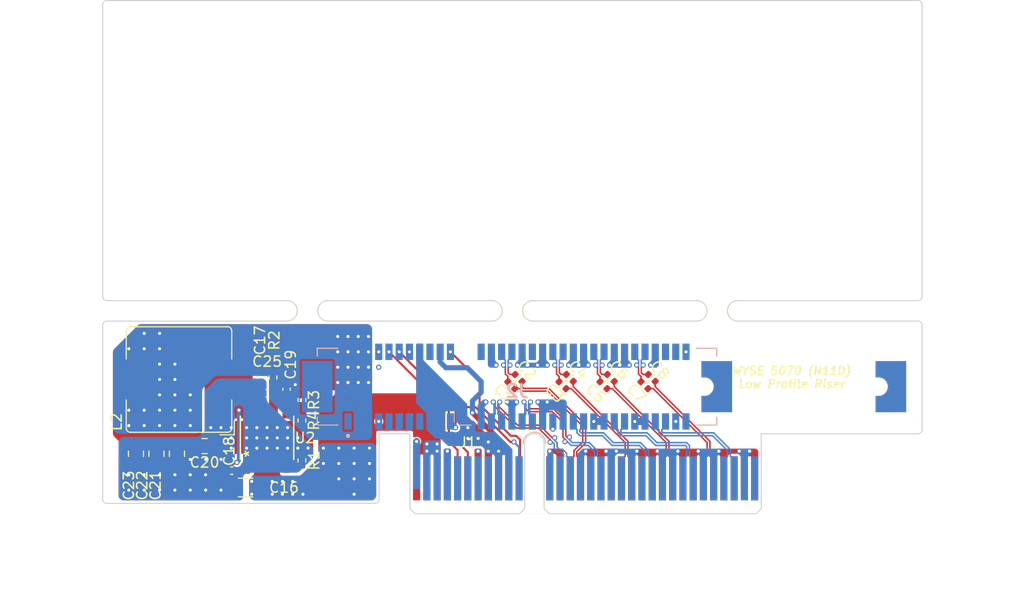
<source format=kicad_pcb>
(kicad_pcb (version 20221018) (generator pcbnew)
  (layers (0 "F.Cu" signal) (1 "In1.Cu" power) (2 "In2.Cu" power) (31 "B.Cu" signal) (34 "B.Paste" user) (35 "F.Paste" user) (36 "B.SilkS" user "B.Silkscreen") (37 "F.SilkS" user "F.Silkscreen") (38 "B.Mask" user) (39 "F.Mask" user) (44 "Edge.Cuts" user))
  (net 0 "")
  (net 1 "/PET0+")
  (net 2 "/MB_T0+")
  (net 3 "/PET0-")
  (net 4 "/MB_T0-")
  (net 5 "/PET1+")
  (net 6 "/MB_T1+")
  (net 7 "/PET1-")
  (net 8 "/MB_T1-")
  (net 9 "/PET2+")
  (net 10 "/MB_T2+")
  (net 11 "/PET2-")
  (net 12 "/MB_T2-")
  (net 13 "/PET3+")
  (net 14 "/MB_T3+")
  (net 15 "/PET3-")
  (net 16 "/MB_T3-")
  (net 17 "GND")
  (net 18 "VCC")
  (net 23 "+3V3")
  (net 24 "/~{PERST}")
  (net 25 "/REFCLK+")
  (net 26 "/REFCLK-")
  (net 27 "/PER0+")
  (net 28 "/PER0-")
  (net 30 "/PER1+")
  (net 31 "/PER1-")
  (net 32 "/PER2+")
  (net 33 "/PER2-")
  (net 34 "/PER3+")
  (net 35 "/PER3-")
  (net 37 "/SMCLK")
  (net 38 "/SMDAT")
  (net 40 "+3V3Aux")
  (net 41 "/~{WAKE}")
  (net 45 "+12V")
  (net 56 "Net-(C17-Pad1)")
  (net 57 "/Buck_Boost")
  (net 58 "/Buck_SW")
  (net 59 "/Buck_FB")
  (net 60 "/Buck_Comp")
  (net 61 "/Buck_CLK")
  (footprint "Capacitor_SMD:C_0402_1005Metric" (layer "F.Cu") (at 110.053553 50.146447 -45)
    (fp_text reference "C4")
    (fp_text value "100nF")
  )
  (footprint "Capacitor_SMD:C_0402_1005Metric" (layer "F.Cu") (at 79.925 50.105 -90)
    (fp_text reference "C17")
    (fp_text value "2.7nF")
  )
  (footprint "Capacitor_SMD:C_1206_3216Metric" (layer "F.Cu") (at 78.4 60.85 180)
    (fp_text reference "C16")
    (fp_text value "10uF")
  )
  (footprint "WYSE_5070_Riser:BUS_PCIexpress_x4_Short" (layer "F.Cu") (at 95.1 59.95)
    (fp_text reference "J1")
    (fp_text value "Riser_Edge_to_MB")
    (fp_line (start -0.65 -4.35) (end -0.65 2.95) (stroke (width 0.1)) (layer "Edge.Cuts"))
    (fp_line (start -0.65 2.95) (end -0.15 3.45) (stroke (width 0.1)) (layer "Edge.Cuts"))
    (fp_line (start -0.15 3.45) (end 10.05 3.45) (stroke (width 0.1)) (layer "Edge.Cuts"))
    (fp_line (start 10.55 -3.4) (end 10.55 2.95) (stroke (width 0.1)) (layer "Edge.Cuts"))
    (fp_line (start 10.55 2.95) (end 10.05 3.45) (stroke (width 0.1)) (layer "Edge.Cuts"))
    (fp_line (start 12.45 -3.4) (end 12.45 2.95) (stroke (width 0.1)) (layer "Edge.Cuts"))
    (fp_line (start 12.45 2.95) (end 12.95 3.45) (stroke (width 0.1)) (layer "Edge.Cuts"))
    (fp_line (start 12.95 3.45) (end 33.15 3.45) (stroke (width 0.1)) (layer "Edge.Cuts"))
    (fp_line (start 33.65 -4.35) (end 33.65 2.95) (stroke (width 0.1)) (layer "Edge.Cuts"))
    (fp_line (start 33.65 2.95) (end 33.15 3.45) (stroke (width 0.1)) (layer "Edge.Cuts"))
    (fp_arc (start 10.55 -3.4) (mid 11.5 -4.35) (end 12.45 -3.4) (stroke (width 0.1)) (layer "Edge.Cuts"))
  )
  (footprint "Capacitor_SMD:C_0805_2012Metric" (layer "F.Cu") (at 67.7 57.55 -90)
    (fp_text reference "C23")
    (fp_text value "22uF")
  )
  (footprint "Capacitor_SMD:C_0805_2012Metric" (layer "F.Cu") (at 69.7 57.55 -90)
    (fp_text reference "C22")
    (fp_text value "22uF")
  )
  (footprint "Capacitor_SMD:C_0402_1005Metric" (layer "F.Cu") (at 77.05 59.2 180)
    (fp_text reference "C18")
    (fp_text value "100nF")
  )
  (footprint "Capacitor_SMD:C_0402_1005Metric" (layer "F.Cu") (at 114.053553 50.146447 -45)
    (fp_text reference "C6")
    (fp_text value "100nF")
  )
  (footprint "Capacitor_SMD:C_0805_2012Metric" (layer "F.Cu") (at 74.4 56.8)
    (fp_text reference "C20")
    (fp_text value "22uF")
  )
  (footprint "Panelization:mouse-bite-2mm-slot" (layer "F.Cu") (at 104.45 43.6)
    (fp_text reference "mouse-bite-2mm-slot" hide)
    (fp_text value "VAL**" hide)
  )
  (footprint "Capacitor_SMD:C_0402_1005Metric" (layer "F.Cu") (at 80.5 51.65 180)
    (fp_text reference "C25")
    (fp_text value "15pF")
  )
  (footprint "Capacitor_SMD:C_0805_2012Metric" (layer "F.Cu") (at 71.7 57.55 -90)
    (fp_text reference "C21")
    (fp_text value "22uF")
  )
  (footprint "Resistor_SMD:R_0402_1005Metric" (layer "F.Cu") (at 83.9 54.3 -90)
    (fp_text reference "R4")
    (fp_text value "22.1k")
  )
  (footprint "Resistor_SMD:R_0402_1005Metric" (layer "F.Cu") (at 83.9 52.3 -90)
    (fp_text reference "R3")
    (fp_text value "309k")
  )
  (footprint "Capacitor_SMD:C_0402_1005Metric" (layer "F.Cu") (at 117.346447 50.853553 -45)
    (fp_text reference "C7")
    (fp_text value "100nF")
  )
  (footprint "Resistor_SMD:R_0402_1005Metric" (layer "F.Cu") (at 81.075 50.1 90)
    (fp_text reference "R2")
    (fp_text value "37.4k")
  )
  (footprint "Capacitor_SMD:C_0402_1005Metric" (layer "F.Cu") (at 113.346447 50.853553 -45)
    (fp_text reference "C5")
    (fp_text value "100nF")
  )
  (footprint "Capacitor_SMD:C_0402_1005Metric" (layer "F.Cu") (at 109.346447 50.853553 -45)
    (fp_text reference "C3")
    (fp_text value "100nF")
  )
  (footprint "Resistor_SMD:R_0402_1005Metric" (layer "F.Cu") (at 83.9 58.2 90)
    (fp_text reference "R1")
    (fp_text value "100k")
  )
  (footprint "Capacitor_SMD:C_0402_1005Metric" (layer "F.Cu") (at 82.4 51.25 -90)
    (fp_text reference "C19")
    (fp_text value "100pF")
  )
  (footprint "Inductor_SMD:L_Bourns_SRP1038C_10.0x10.0mm" (layer "F.Cu") (at 71.9 50.3 180)
    (fp_text reference "L2")
    (fp_text value "10uH")
  )
  (footprint "Panelization:mouse-bite-2mm-slot" (layer "F.Cu") (at 124.45 43.6)
    (fp_text reference "mouse-bite-2mm-slot" hide)
    (fp_text value "VAL**" hide)
  )
  (footprint "Capacitor_SMD:C_0402_1005Metric" (layer "F.Cu") (at 105.053553 50.146447 -45)
    (fp_text reference "C2")
    (fp_text value "100nF")
  )
  (footprint "Capacitor_SMD:C_0402_1005Metric" (layer "F.Cu") (at 104.346447 50.853553 -45)
    (fp_text reference "C1")
    (fp_text value "100nF")
  )
  (footprint "Panelization:mouse-bite-2mm-slot" (layer "F.Cu") (at 84.45 43.6)
    (fp_text reference "mouse-bite-2mm-slot" hide)
    (fp_text value "VAL**" hide)
  )
  (footprint "Capacitor_SMD:C_0402_1005Metric" (layer "F.Cu") (at 118.053553 50.146447 -45)
    (fp_text reference "C8")
    (fp_text value "100nF")
  )
  (footprint "WYSE_5070_Riser:SO-8EP_DIO" (layer "F.Cu") (at 80.5 56 90)
    (fp_text reference "U2")
    (fp_text value "AP64500SP-13")
  )
  (footprint "WYSE_5070_Riser:PCIE_SMD_Anchor" (layer "B.Cu") (at 100.05 51)
    (fp_text reference "REF**" hide)
    (fp_text value "PCIE_SMD_Anchor")
  )
  (footprint "WYSE_5070_Riser:PCIEx4_SMD_Narrow" (layer "B.Cu") (at 104.9 51 180)
    (fp_text reference "J2")
    (fp_text value "Riser_Receptable_to_Card" hide)
  )
  (gr_circle (center 113.7 50.5) (end 113.7 50.5) (stroke (width 0.15)) (fill none) (layer "F.SilkS"))
  (gr_circle (center 117.7 50.5) (end 117.7 50.5) (stroke (width 0.15)) (fill none) (layer "F.SilkS"))
  (gr_circle (center 104.7 50.5) (end 104.7 50.5) (stroke (width 0.15)) (fill none) (layer "F.SilkS"))
  (gr_circle (center 109.7 50.5) (end 109.7 50.5) (stroke (width 0.15)) (fill none) (layer "F.SilkS"))
  (gr_arc (start 144.05 44.6) (mid 144.332843 44.717157) (end 144.45 45) (stroke (width 0.1)) (layer "Edge.Cuts"))
  (gr_line (start 144.45 45) (end 144.45 55.2) (stroke (width 0.1)) (layer "Edge.Cuts"))
  (gr_line (start 64.85 42.6) (end 82.45 42.6) (stroke (width 0.1)) (layer "Edge.Cuts"))
  (gr_line locked (start 64.45 62) (end 64.45 45) (stroke (width 0.1)) (layer "Edge.Cuts"))
  (gr_arc (start 122.45 42.6) (mid 123.45 43.6) (end 122.45 44.6) (stroke (width 0.1)) (layer "Edge.Cuts"))
  (gr_line (start 106.45 44.6) (end 122.45 44.6) (stroke (width 0.1)) (layer "Edge.Cuts"))
  (gr_line locked (start 91.45 55.6) (end 91.45 62) (stroke (width 0.1)) (layer "Edge.Cuts"))
  (gr_line (start 106.45 42.6) (end 122.45 42.6) (stroke (width 0.1)) (layer "Edge.Cuts"))
  (gr_arc (start 144.45 55.2) (mid 144.332843 55.482843) (end 144.05 55.6) (stroke (width 0.1)) (layer "Edge.Cuts"))
  (gr_arc (start 126.45 44.6) (mid 125.45 43.6) (end 126.45 42.6) (stroke (width 0.1)) (layer "Edge.Cuts"))
  (gr_line (start 126.45 42.6) (end 144.05 42.6) (stroke (width 0.1)) (layer "Edge.Cuts"))
  (gr_arc (start 144.05 13.3) (mid 144.332843 13.417157) (end 144.45 13.7) (stroke (width 0.1)) (layer "Edge.Cuts"))
  (gr_arc locked (start 64.85 62.4) (mid 64.567157 62.282843) (end 64.45 62) (stroke (width 0.1)) (layer "Edge.Cuts"))
  (gr_arc (start 82.45 42.6) (mid 83.45 43.6) (end 82.45 44.6) (stroke (width 0.1)) (layer "Edge.Cuts"))
  (gr_arc (start 64.45 13.7) (mid 64.567157 13.417157) (end 64.85 13.3) (stroke (width 0.1)) (layer "Edge.Cuts"))
  (gr_line (start 144.45 42.2) (end 144.45 13.7) (stroke (width 0.1)) (layer "Edge.Cuts"))
  (gr_line (start 64.45 42.2) (end 64.45 13.7) (stroke (width 0.1)) (layer "Edge.Cuts"))
  (gr_line (start 86.45 42.6) (end 102.45 42.6) (stroke (width 0.1)) (layer "Edge.Cuts"))
  (gr_line (start 128.75 55.6) (end 144.05 55.6) (stroke (width 0.1)) (layer "Edge.Cuts"))
  (gr_line (start 126.45 44.6) (end 144.05 44.6) (stroke (width 0.1)) (layer "Edge.Cuts"))
  (gr_arc (start 144.45 42.2) (mid 144.332843 42.482843) (end 144.05 42.6) (stroke (width 0.1)) (layer "Edge.Cuts"))
  (gr_arc (start 102.45 42.6) (mid 103.45 43.6) (end 102.45 44.6) (stroke (width 0.1)) (layer "Edge.Cuts"))
  (gr_arc (start 86.45 44.6) (mid 85.45 43.6) (end 86.45 42.6) (stroke (width 0.1)) (layer "Edge.Cuts"))
  (gr_arc (start 64.45 45) (mid 64.567157 44.717157) (end 64.85 44.6) (stroke (width 0.1)) (layer "Edge.Cuts"))
  (gr_arc locked (start 91.45 62) (mid 91.332843 62.282843) (end 91.05 62.4) (stroke (width 0.1)) (layer "Edge.Cuts"))
  (gr_line locked (start 94.45 55.6) (end 91.45 55.6) (stroke (width 0.1)) (layer "Edge.Cuts"))
  (gr_arc (start 106.45 44.6) (mid 105.45 43.6) (end 106.45 42.6) (stroke (width 0.1)) (layer "Edge.Cuts"))
  (gr_line (start 64.85 44.6) (end 82.45 44.6) (stroke (width 0.1)) (layer "Edge.Cuts"))
  (gr_line (start 86.45 44.6) (end 102.45 44.6) (stroke (width 0.1)) (layer "Edge.Cuts"))
  (gr_arc (start 64.85 42.6) (mid 64.567157 42.482843) (end 64.45 42.2) (stroke (width 0.1)) (layer "Edge.Cuts"))
  (gr_line locked (start 91.05 62.4) (end 64.85 62.4) (stroke (width 0.1)) (layer "Edge.Cuts"))
  (gr_line (start 144.05 13.3) (end 64.85 13.3) (stroke (width 0.1)) (layer "Edge.Cuts"))
  (gr_text "WYSE 5070 (N11D)\nLow Profile Riser" (at 131.7 50.1) (layer "F.SilkS") (effects (font (size 0.8 0.8) (thickness 0.15) italic)))
  (segment (start 103.761824 49.757235) (end 104.007036 50.002447) (width 0.149352) (layer "F.Cu") (net 1))
  (segment (start 103.5865 48.9) (end 103.761824 49.075324) (width 0.149352) (layer "F.Cu") (net 1))
  (segment (start 104.007036 50.002447) (end 104.007036 50.514142) (width 0.149352) (layer "F.Cu") (net 1))
  (segment (start 103.761824 49.075324) (end 103.761824 49.757235) (width 0.149352) (layer "F.Cu") (net 1))
  (via (at 103.5865 48.9) (size 0.5) (drill 0.3) (layers "F.Cu" "B.Cu") (net 1))
  (segment (start 103.761824 48.411824) (end 103.761824 48.724676) (width 0.149352) (layer "B.Cu") (net 1))
  (segment (start 103.761824 48.724676) (end 103.5865 48.9) (width 0.149352) (layer "B.Cu") (net 1))
  (segment (start 103.4 48.05) (end 103.761824 48.411824) (width 0.149352) (layer "B.Cu") (net 1))
  (segment (start 103.4 47.6) (end 103.4 48.05) (width 0.149352) (layer "B.Cu") (net 1))
  (segment (start 105.197553 51.192964) (end 105.442765 51.438176) (width 0.149352) (layer "F.Cu") (net 2))
  (segment (start 111.320206 56.384382) (end 110.461824 57.242764) (width 0.149352) (layer "F.Cu") (net 2))
  (segment (start 104.685858 51.192964) (end 105.197553 51.192964) (width 0.149352) (layer "F.Cu") (net 2))
  (segment (start 110.461824 57.788176) (end 110.1 58.15) (width 0.149352) (layer "F.Cu") (net 2))
  (segment (start 111.320206 54.865618) (end 111.320206 56.384382) (width 0.149352) (layer "F.Cu") (net 2))
  (segment (start 107.892764 51.438176) (end 111.320206 54.865618) (width 0.149352) (layer "F.Cu") (net 2))
  (segment (start 105.442765 51.438176) (end 107.892764 51.438176) (width 0.149352) (layer "F.Cu") (net 2))
  (segment (start 110.1 58.15) (end 110.1 59.95) (width 0.149352) (layer "F.Cu") (net 2))
  (segment (start 110.461824 57.242764) (end 110.461824 57.788176) (width 0.149352) (layer "F.Cu") (net 2))
  (segment (start 104.038176 49.075324) (end 104.038176 49.642765) (width 0.149352) (layer "F.Cu") (net 3))
  (segment (start 104.2135 48.9) (end 104.038176 49.075324) (width 0.149352) (layer "F.Cu") (net 3))
  (segment (start 104.202447 49.807036) (end 104.714142 49.807036) (width 0.149352) (layer "F.Cu") (net 3))
  (segment (start 104.038176 49.642765) (end 104.202447 49.807036) (width 0.149352) (layer "F.Cu") (net 3))
  (via (at 104.2135 48.9) (size 0.5) (drill 0.3) (layers "F.Cu" "B.Cu") (net 3))
  (segment (start 104.038176 48.724676) (end 104.2135 48.9) (width 0.149352) (layer "B.Cu") (net 3))
  (segment (start 104.4 48.05) (end 104.038176 48.411824) (width 0.149352) (layer "B.Cu") (net 3))
  (segment (start 104.038176 48.411824) (end 104.038176 48.724676) (width 0.149352) (layer "B.Cu") (net 3))
  (segment (start 104.4 47.6) (end 104.4 48.05) (width 0.149352) (layer "B.Cu") (net 3))
  (segment (start 110.738176 57.788176) (end 111.1 58.15) (width 0.149352) (layer "F.Cu") (net 4))
  (segment (start 105.557235 51.161824) (end 108.007236 51.161824) (width 0.149352) (layer "F.Cu") (net 4))
  (segment (start 105.392964 50.485858) (end 105.392964 50.997553) (width 0.149352) (layer "F.Cu") (net 4))
  (segment (start 111.596558 54.751146) (end 111.596558 56.498854) (width 0.149352) (layer "F.Cu") (net 4))
  (segment (start 105.392964 50.997553) (end 105.557235 51.161824) (width 0.149352) (layer "F.Cu") (net 4))
  (segment (start 110.738176 57.357236) (end 110.738176 57.788176) (width 0.149352) (layer "F.Cu") (net 4))
  (segment (start 108.007236 51.161824) (end 111.596558 54.751146) (width 0.149352) (layer "F.Cu") (net 4))
  (segment (start 111.596558 56.498854) (end 110.738176 57.357236) (width 0.149352) (layer "F.Cu") (net 4))
  (segment (start 111.1 58.15) (end 111.1 59.95) (width 0.149352) (layer "F.Cu") (net 4))
  (segment (start 108.761824 49.757235) (end 109.007036 50.002447) (width 0.149352) (layer "F.Cu") (net 5))
  (segment (start 109.007036 50.002447) (end 109.007036 50.514142) (width 0.149352) (layer "F.Cu") (net 5))
  (segment (start 108.761824 49.075324) (end 108.761824 49.757235) (width 0.149352) (layer "F.Cu") (net 5))
  (segment (start 108.5865 48.9) (end 108.761824 49.075324) (width 0.149352) (layer "F.Cu") (net 5))
  (via (at 108.5865 48.9) (size 0.5) (drill 0.3) (layers "F.Cu" "B.Cu") (net 5))
  (segment (start 108.4 47.6) (end 108.4 48.05) (width 0.149352) (layer "B.Cu") (net 5))
  (segment (start 108.761824 48.411824) (end 108.761824 48.724676) (width 0.149352) (layer "B.Cu") (net 5))
  (segment (start 108.761824 48.724676) (end 108.5865 48.9) (width 0.149352) (layer "B.Cu") (net 5))
  (segment (start 108.4 48.05) (end 108.761824 48.411824) (width 0.149352) (layer "B.Cu") (net 5))
  (segment (start 115.461824 56.457235) (end 115.461824 57.788176) (width 0.149352) (layer "F.Cu") (net 6))
  (segment (start 109.685858 51.192964) (end 110.197553 51.192964) (width 0.149352) (layer "F.Cu") (net 6))
  (segment (start 115.1 58.15) (end 115.1 59.95) (width 0.149352) (layer "F.Cu") (net 6))
  (segment (start 110.197553 51.192964) (end 115.461824 56.457235) (width 0.149352) (layer "F.Cu") (net 6))
  (segment (start 115.461824 57.788176) (end 115.1 58.15) (width 0.149352) (layer "F.Cu") (net 6))
  (segment (start 109.038176 49.642765) (end 109.202447 49.807036) (width 0.149352) (layer "F.Cu") (net 7))
  (segment (start 109.202447 49.807036) (end 109.714142 49.807036) (width 0.149352) (layer "F.Cu") (net 7))
  (segment (start 109.2135 48.9) (end 109.038176 49.075324) (width 0.149352) (layer "F.Cu") (net 7))
  (segment (start 109.038176 49.075324) (end 109.038176 49.642765) (width 0.149352) (layer "F.Cu") (net 7))
  (via (at 109.2135 48.9) (size 0.5) (drill 0.3) (layers "F.Cu" "B.Cu") (net 7))
  (segment (start 109.4 48.05) (end 109.038176 48.411824) (width 0.149352) (layer "B.Cu") (net 7))
  (segment (start 109.038176 48.411824) (end 109.038176 48.724676) (width 0.149352) (layer "B.Cu") (net 7))
  (segment (start 109.038176 48.724676) (end 109.2135 48.9) (width 0.149352) (layer "B.Cu") (net 7))
  (segment (start 109.4 47.6) (end 109.4 48.05) (width 0.149352) (layer "B.Cu") (net 7))
  (segment (start 110.392964 50.997553) (end 115.738176 56.342765) (width 0.149352) (layer "F.Cu") (net 8))
  (segment (start 116.1 58.15) (end 116.1 59.95) (width 0.149352) (layer "F.Cu") (net 8))
  (segment (start 110.392964 50.485858) (end 110.392964 50.997553) (width 0.149352) (layer "F.Cu") (net 8))
  (segment (start 115.738176 57.788176) (end 116.1 58.15) (width 0.149352) (layer "F.Cu") (net 8))
  (segment (start 115.738176 56.342765) (end 115.738176 57.788176) (width 0.149352) (layer "F.Cu") (net 8))
  (segment (start 112.761824 49.757235) (end 113.007036 50.002447) (width 0.149352) (layer "F.Cu") (net 9))
  (segment (start 112.761824 49.080806) (end 112.761824 49.757235) (width 0.149352) (layer "F.Cu") (net 9))
  (segment (start 113.007036 50.002447) (end 113.007036 50.514142) (width 0.149352) (layer "F.Cu") (net 9))
  (segment (start 112.5865 48.905482) (end 112.761824 49.080806) (width 0.149352) (layer "F.Cu") (net 9))
  (via (at 112.5865 48.905482) (size 0.5) (drill 0.3) (layers "F.Cu" "B.Cu") (net 9))
  (segment (start 112.4 47.6) (end 112.4 48.05) (width 0.149352) (layer "B.Cu") (net 9))
  (segment (start 112.761824 48.411824) (end 112.761824 48.730158) (width 0.149352) (layer "B.Cu") (net 9))
  (segment (start 112.4 48.05) (end 112.761824 48.411824) (width 0.149352) (layer "B.Cu") (net 9))
  (segment (start 112.761824 48.730158) (end 112.5865 48.905482) (width 0.149352) (layer "B.Cu") (net 9))
  (segment (start 114.197553 51.192964) (end 119.461824 56.457235) (width 0.149352) (layer "F.Cu") (net 10))
  (segment (start 119.461824 57.788176) (end 119.1 58.15) (width 0.149352) (layer "F.Cu") (net 10))
  (segment (start 119.461824 56.457235) (end 119.461824 57.788176) (width 0.149352) (layer "F.Cu") (net 10))
  (segment (start 113.685858 51.192964) (end 114.197553 51.192964) (width 0.149352) (layer "F.Cu") (net 10))
  (segment (start 119.1 58.15) (end 119.1 59.95) (width 0.149352) (layer "F.Cu") (net 10))
  (segment (start 113.2135 48.905482) (end 113.038176 49.080806) (width 0.149352) (layer "F.Cu") (net 11))
  (segment (start 113.202447 49.807036) (end 113.714142 49.807036) (width 0.149352) (layer "F.Cu") (net 11))
  (segment (start 113.038176 49.642765) (end 113.202447 49.807036) (width 0.149352) (layer "F.Cu") (net 11))
  (segment (start 113.038176 49.080806) (end 113.038176 49.642765) (width 0.149352) (layer "F.Cu") (net 11))
  (via (at 113.2135 48.905482) (size 0.5) (drill 0.3) (layers "F.Cu" "B.Cu") (net 11))
  (segment (start 113.038176 48.730158) (end 113.2135 48.905482) (width 0.149352) (layer "B.Cu") (net 11))
  (segment (start 113.4 48.05) (end 113.038176 48.411824) (width 0.149352) (layer "B.Cu") (net 11))
  (segment (start 113.038176 48.411824) (end 113.038176 48.730158) (width 0.149352) (layer "B.Cu") (net 11))
  (segment (start 113.4 47.6) (end 113.4 48.05) (width 0.149352) (layer "B.Cu") (net 11))
  (segment (start 114.392964 50.997553) (end 119.738176 56.342765) (width 0.149352) (layer "F.Cu") (net 12))
  (segment (start 119.738176 56.342765) (end 119.738176 57.788176) (width 0.149352) (layer "F.Cu") (net 12))
  (segment (start 120.1 58.15) (end 120.1 59.95) (width 0.149352) (layer "F.Cu") (net 12))
  (segment (start 119.738176 57.788176) (end 120.1 58.15) (width 0.149352) (layer "F.Cu") (net 12))
  (segment (start 114.392964 50.485858) (end 114.392964 50.997553) (width 0.149352) (layer "F.Cu") (net 12))
  (segment (start 116.761824 49.757235) (end 117.007036 50.002447) (width 0.149352) (layer "F.Cu") (net 13))
  (segment (start 116.5865 48.9) (end 116.761824 49.075324) (width 0.149352) (layer "F.Cu") (net 13))
  (segment (start 117.007036 50.002447) (end 117.007036 50.514142) (width 0.149352) (layer "F.Cu") (net 13))
  (segment (start 116.761824 49.075324) (end 116.761824 49.757235) (width 0.149352) (layer "F.Cu") (net 13))
  (via (at 116.5865 48.9) (size 0.5) (drill 0.3) (layers "F.Cu" "B.Cu") (net 13))
  (segment (start 116.761824 48.724676) (end 116.5865 48.9) (width 0.149352) (layer "B.Cu") (net 13))
  (segment (start 116.761824 48.411824) (end 116.761824 48.724676) (width 0.149352) (layer "B.Cu") (net 13))
  (segment (start 116.4 47.6) (end 116.4 48.05) (width 0.149352) (layer "B.Cu") (net 13))
  (segment (start 116.4 48.05) (end 116.761824 48.411824) (width 0.149352) (layer "B.Cu") (net 13))
  (segment (start 123.1 58.15) (end 123.1 59.95) (width 0.149352) (layer "F.Cu") (net 14))
  (segment (start 118.197553 51.192964) (end 123.461824 56.457235) (width 0.149352) (layer "F.Cu") (net 14))
  (segment (start 123.461824 57.788176) (end 123.1 58.15) (width 0.149352) (layer "F.Cu") (net 14))
  (segment (start 123.461824 56.457235) (end 123.461824 57.788176) (width 0.149352) (layer "F.Cu") (net 14))
  (segment (start 117.685858 51.192964) (end 118.197553 51.192964) (width 0.149352) (layer "F.Cu") (net 14))
  (segment (start 117.202447 49.807036) (end 117.714142 49.807036) (width 0.149352) (layer "F.Cu") (net 15))
  (segment (start 117.038176 49.642765) (end 117.202447 49.807036) (width 0.149352) (layer "F.Cu") (net 15))
  (segment (start 117.038176 49.075324) (end 117.038176 49.642765) (width 0.149352) (layer "F.Cu") (net 15))
  (segment (start 117.2135 48.9) (end 117.038176 49.075324) (width 0.149352) (layer "F.Cu") (net 15))
  (via (at 117.2135 48.9) (size 0.5) (drill 0.3) (layers "F.Cu" "B.Cu") (net 15))
  (segment (start 117.4 47.6) (end 117.4 48.05) (width 0.149352) (layer "B.Cu") (net 15))
  (segment (start 117.038176 48.724676) (end 117.2135 48.9) (width 0.149352) (layer "B.Cu") (net 15))
  (segment (start 117.4 48.05) (end 117.038176 48.411824) (width 0.149352) (layer "B.Cu") (net 15))
  (segment (start 117.038176 48.411824) (end 117.038176 48.724676) (width 0.149352) (layer "B.Cu") (net 15))
  (segment (start 118.392964 50.997553) (end 123.738176 56.342765) (width 0.149352) (layer "F.Cu") (net 16))
  (segment (start 124.1 58.15) (end 124.1 59.95) (width 0.149352) (layer "F.Cu") (net 16))
  (segment (start 123.738176 57.788176) (end 124.1 58.15) (width 0.149352) (layer "F.Cu") (net 16))
  (segment (start 118.392964 50.485858) (end 118.392964 50.997553) (width 0.149352) (layer "F.Cu") (net 16))
  (segment (start 123.738176 56.342765) (end 123.738176 57.788176) (width 0.149352) (layer "F.Cu") (net 16))
  (via (at 113.95 48.9) (size 0.5) (drill 0.3) (layers "F.Cu" "B.Cu") (net 17))
  (via (at 118.6 57.3) (size 0.5) (drill 0.3) (layers "F.Cu" "B.Cu") (net 17))
  (via (at 75 55) (size 0.5) (drill 0.3) (layers "F.Cu" "B.Cu") (net 17))
  (via (at 108.4 55.15) (size 0.5) (drill 0.3) (layers "F.Cu" "B.Cu") (net 17))
  (via (at 108.1 57.3) (size 0.5) (drill 0.3) (layers "F.Cu" "B.Cu") (net 17))
  (via (at 101.85 52.5) (size 0.5) (drill 0.3) (layers "F.Cu" "B.Cu") (net 17))
  (via (at 82.5 56) (size 0.5) (drill 0.3) (layers "F.Cu" "B.Cu") (net 17))
  (via (at 79.5 56) (size 0.5) (drill 0.3) (layers "F.Cu" "B.Cu") (net 17))
  (via (at 98.1 57.3) (size 0.5) (drill 0.3) (layers "F.Cu" "B.Cu") (net 17))
  (via (at 67 59.6) (size 0.5) (drill 0.3) (layers "F.Cu" "B.Cu") (net 17))
  (via (at 80.5 56) (size 0.5) (drill 0.3) (layers "F.Cu" "B.Cu") (net 17))
  (via (at 104.85 52.5) (size 0.5) (drill 0.3) (layers "F.Cu" "B.Cu") (net 17))
  (via (at 105.9 48.9) (size 0.5) (drill 0.3) (layers "F.Cu" "B.Cu") (net 17))
  (via (at 107.85 48.9) (size 0.5) (drill 0.3) (layers "F.Cu" "B.Cu") (net 17))
  (via (at 80.5 55) (size 0.5) (drill 0.3) (layers "F.Cu" "B.Cu") (net 17))
  (via (at 95.1 56.35) (size 0.5) (drill 0.3) (layers "F.Cu" "B.Cu") (net 17))
  (via (at 76 58.1) (size 0.5) (drill 0.3) (layers "F.Cu" "B.Cu") (net 17))
  (via (at 91.4 54.4) (size 0.5) (drill 0.3) (layers "F.Cu" "B.Cu") (net 17))
  (via (at 83.5 56) (size 0.5) (drill 0.3) (layers "F.Cu" "B.Cu") (net 17))
  (via (at 111.85 48.9) (size 0.5) (drill 0.3) (layers "F.Cu" "B.Cu") (net 17))
  (via (at 74.5 59.6) (size 0.5) (drill 0.3) (layers "F.Cu" "B.Cu") (net 17))
  (via (at 114.6 57.3) (size 0.5) (drill 0.3) (layers "F.Cu" "B.Cu") (net 17))
  (via (at 101.1 57.3) (size 0.5) (drill 0.3) (layers "F.Cu" "B.Cu") (net 17))
  (via (at 116.4 54.4) (size 0.5) (drill 0.3) (layers "F.Cu" "B.Cu") (net 17))
  (via (at 79.5 55) (size 0.5) (drill 0.3) (layers "F.Cu" "B.Cu") (net 17))
  (via (at 77 56) (size 0.5) (drill 0.3) (layers "F.Cu" "B.Cu") (net 17))
  (via (at 103.95 52.5) (size 0.5) (drill 0.3) (layers "F.Cu" "B.Cu") (net 17))
  (via (at 68.5 59.6) (size 0.5) (drill 0.3) (layers "F.Cu" "B.Cu") (net 17))
  (via (at 73 61.1) (size 0.5) (drill 0.3) (layers "F.Cu" "B.Cu") (net 17))
  (via (at 78.5 57) (size 0.5) (drill 0.3) (layers "F.Cu" "B.Cu") (net 17))
  (via (at 106.95 52.5) (size 0.5) (drill 0.3) (layers "F.Cu" "B.Cu") (net 17))
  (via (at 79.5 57) (size 0.5) (drill 0.3) (layers "F.Cu" "B.Cu") (net 17))
  (via (at 120.4 54.4) (size 0.5) (drill 0.3) (layers "F.Cu" "B.Cu") (net 17))
  (via (at 78.5 56) (size 0.5) (drill 0.3) (layers "F.Cu" "B.Cu") (net 17))
  (via (at 81.5 56) (size 0.5) (drill 0.3) (layers "F.Cu" "B.Cu") (net 17))
  (via (at 114.9 48.9) (size 0.5) (drill 0.3) (layers "F.Cu" "B.Cu") (net 17))
  (via (at 84.5 57) (size 0.5) (drill 0.3) (layers "F.Cu" "B.Cu") (net 17))
  (via (at 82.5 55) (size 0.5) (drill 0.3) (layers "F.Cu" "B.Cu") (net 17))
  (via (at 115.85 48.9) (size 0.5) (drill 0.3) (layers "F.Cu" "B.Cu") (net 17))
  (via (at 91.4 47.6) (size 0.5) (drill 0.3) (layers "F.Cu" "B.Cu") (net 17))
  (via (at 71.5 59.6) (size 0.5) (drill 0.3) (layers "F.Cu" "B.Cu") (net 17))
  (via (at 124.6 57.3) (size 0.5) (drill 0.3) (layers "F.Cu" "B.Cu") (net 17))
  (via (at 77 55) (size 0.5) (drill 0.3) (layers "F.Cu" "B.Cu") (net 17))
  (via (at 120.6 57.3) (size 0.5) (drill 0.3) (layers "F.Cu" "B.Cu") (net 17))
  (via (at 78.5 55) (size 0.5) (drill 0.3) (layers "F.Cu" "B.Cu") (net 17))
  (via (at 71.5 61.1) (size 0.5) (drill 0.3) (layers "F.Cu" "B.Cu") (net 17))
  (via (at 81.5 57) (size 0.5) (drill 0.3) (layers "F.Cu" "B.Cu") (net 17))
  (via (at 82.5 57) (size 0.5) (drill 0.3) (layers "F.Cu" "B.Cu") (net 17))
  (via (at 126.6 57.3) (size 0.5) (drill 0.3) (layers "F.Cu" "B.Cu") (net 17))
  (via (at 76 55) (size 0.5) (drill 0.3) (layers "F.Cu" "B.Cu") (net 17))
  (via (at 127.6 57.3) (size 0.5) (drill 0.3) (layers "F.Cu" "B.Cu") (net 17))
  (via (at 83.5 57) (size 0.5) (drill 0.3) (layers "F.Cu" "B.Cu") (net 17))
  (via (at 70 61.1) (size 0.5) (drill 0.3) (layers "F.Cu" "B.Cu") (net 17))
  (via (at 116.6 57.3) (size 0.5) (drill 0.3) (layers "F.Cu" "B.Cu") (net 17))
  (via (at 76 61.1) (size 0.5) (drill 0.3) (layers "F.Cu" "B.Cu") (net 17))
  (via (at 67 61.1) (size 0.5) (drill 0.3) (layers "F.Cu" "B.Cu") (net 17))
  (via (at 112.4 54.4) (size 0.5) (drill 0.3) (layers "F.Cu" "B.Cu") (net 17))
  (via (at 107.85 52.5) (size 0.5) (drill 0.3) (layers "F.Cu" "B.Cu") (net 17))
  (via (at 80.5 57) (size 0.5) (drill 0.3) (layers "F.Cu" "B.Cu") (net 17))
  (via (at 77 57) (size 0.5) (drill 0.3) (layers "F.Cu" "B.Cu") (net 17))
  (via (at 106.9 48.9) (size 0.5) (drill 0.3) (layers "F.Cu" "B.Cu") (net 17))
  (via (at 74.5 58.1) (size 0.5) (drill 0.3) (layers "F.Cu" "B.Cu") (net 17))
  (via (at 70 59.6) (size 0.5) (drill 0.3) (layers "F.Cu" "B.Cu") (net 17))
  (via (at 111.6 57.3) (size 0.5) (drill 0.3) (layers "F.Cu" "B.Cu") (net 17))
  (via (at 113.6 57.3) (size 0.5) (drill 0.3) (layers "F.Cu" "B.Cu") (net 17))
  (via (at 102.85 48.9) (size 0.5) (drill 0.3) (layers "F.Cu" "B.Cu") (net 17))
  (via (at 68.5 61.1) (size 0.5) (drill 0.3) (layers "F.Cu" "B.Cu") (net 17))
  (via (at 121.4 47.6) (size 0.5) (drill 0.3) (layers "F.Cu" "B.Cu") (net 17))
  (via (at 109.95 48.9) (size 0.5) (drill 0.3) (layers "F.Cu" "B.Cu") (net 17))
  (via (at 73 58.1) (size 0.5) (drill 0.3) (layers "F.Cu" "B.Cu") (net 17))
  (via (at 104.95 48.9) (size 0.5) (drill 0.3) (layers "F.Cu" "B.Cu") (net 17))
  (via (at 81.5 55) (size 0.5) (drill 0.3) (layers "F.Cu" "B.Cu") (net 17))
  (via (at 117.95 48.9) (size 0.5) (drill 0.3) (layers "F.Cu" "B.Cu") (net 17))
  (via (at 94.4 47.6) (size 0.5) (drill 0.3) (layers "F.Cu" "B.Cu") (net 17))
  (via (at 73 59.6) (size 0.5) (drill 0.3) (layers "F.Cu" "B.Cu") (net 17))
  (via (at 91.4 49.1) (size 0.5) (drill 0.3) (layers "F.Cu" "B.Cu") (net 17))
  (via (at 74.5 61.1) (size 0.5) (drill 0.3) (layers "F.Cu" "B.Cu") (net 17))
  (via (at 122.6 57.3) (size 0.5) (drill 0.3) (layers "F.Cu" "B.Cu") (net 17))
  (via (at 110.9 48.9) (size 0.5) (drill 0.3) (layers "F.Cu" "B.Cu") (net 17))
  (segment (start 95.1 59.4) (end 95.1 56.35) (width 0.7) (layer "B.Cu") (net 17))
  (segment (start 112.4 54.4) (end 113.4 54.4) (width 0.7) (layer "B.Cu") (net 17))
  (segment (start 117.4 54.4) (end 116.4 54.4) (width 0.7) (layer "B.Cu") (net 17))
  (via (at 90.5 58.5) (size 0.5) (drill 0.3) (layers "F.Cu" "B.Cu") (net 18))
  (via (at 97.1 57.3) (size 0.5) (drill 0.3) (layers "F.Cu" "B.Cu") (net 18))
  (via (at 96.1 57.3) (size 0.5) (drill 0.3) (layers "F.Cu" "B.Cu") (net 18))
  (via (at 79 60.25) (size 0.5) (drill 0.3) (layers "F.Cu" "B.Cu") (net 18))
  (via (at 79 61.5) (size 0.5) (drill 0.3) (layers "F.Cu" "B.Cu") (net 18))
  (via (at 89 58.5) (size 0.5) (drill 0.3) (layers "F.Cu" "B.Cu") (net 18))
  (via (at 90.5 57) (size 0.5) (drill 0.3) (layers "F.Cu" "B.Cu") (net 18))
  (via (at 81 61.5) (size 0.5) (drill 0.3) (layers "F.Cu" "B.Cu") (net 18))
  (via (at 81 60.25) (size 0.5) (drill 0.3) (layers "F.Cu" "B.Cu") (net 18))
  (via (at 86 57) (size 0.5) (drill 0.3) (layers "F.Cu" "B.Cu") (net 18))
  (via (at 90.5 60) (size 0.5) (drill 0.3) (layers "F.Cu" "B.Cu") (net 18))
  (via (at 89 60) (size 0.5) (drill 0.3) (layers "F.Cu" "B.Cu") (net 18))
  (via (at 89 57) (size 0.5) (drill 0.3) (layers "F.Cu" "B.Cu") (net 18))
  (via (at 83 61.5) (size 0.5) (drill 0.3) (layers "F.Cu" "B.Cu") (net 18))
  (via (at 87.5 57) (size 0.5) (drill 0.3) (layers "F.Cu" "B.Cu") (net 18))
  (via (at 97.1 56.6) (size 0.5) (drill 0.3) (layers "F.Cu" "B.Cu") (net 18))
  (via (at 84 61.5) (size 0.5) (drill 0.3) (layers "F.Cu" "B.Cu") (net 18))
  (via (at 87.5 58.5) (size 0.5) (drill 0.3) (layers "F.Cu" "B.Cu") (net 18))
  (via (at 89 61.5) (size 0.5) (drill 0.3) (layers "F.Cu" "B.Cu") (net 18))
  (via (at 87.5 60) (size 0.5) (drill 0.3) (layers "F.Cu" "B.Cu") (net 18))
  (via (at 96.1 56.6) (size 0.5) (drill 0.3) (layers "F.Cu" "B.Cu") (net 18))
  (via (at 86 58.5) (size 0.5) (drill 0.3) (layers "F.Cu" "B.Cu") (net 18))
  (via (at 82 61.5) (size 0.5) (drill 0.3) (layers "F.Cu" "B.Cu") (net 18))
  (via (at 82 60.25) (size 0.5) (drill 0.3) (layers "F.Cu" "B.Cu") (net 18))
  (via (at 83 60.25) (size 0.5) (drill 0.3) (layers "F.Cu" "B.Cu") (net 18))
  (via (at 100.1 56.05) (size 0.5) (drill 0.3) (layers "F.Cu" "B.Cu") (net 23))
  (via (at 101.1 56.05) (size 0.5) (drill 0.3) (layers "F.Cu" "B.Cu") (net 23))
  (via (at 102.1 56.4) (size 0.5) (drill 0.3) (layers "F.Cu" "B.Cu") (net 23))
  (via (at 102.1 57.3) (size 0.5) (drill 0.3) (layers "F.Cu" "B.Cu") (net 23))
  (via (at 103.1 57.3) (size 0.5) (drill 0.3) (layers "F.Cu" "B.Cu") (net 23))
  (via (at 100.1 55) (size 0.5) (drill 0.3) (layers "F.Cu" "B.Cu") (net 23))
  (segment (start 99.3 53) (end 98.9 53.4) (width 0.2) (layer "F.Cu") (net 24))
  (segment (start 104.25 56.4) (end 100.85 53) (width 0.2) (layer "F.Cu") (net 24))
  (segment (start 98.9 53.4) (end 98.9 55) (width 0.2) (layer "F.Cu") (net 24))
  (segment (start 104.6 56.4) (end 104.25 56.4) (width 0.2) (layer "F.Cu") (net 24))
  (segment (start 100.85 53) (end 99.3 53) (width 0.2) (layer "F.Cu") (net 24))
  (via (at 98.9 55) (size 0.5) (drill 0.3) (layers "F.Cu" "B.Cu") (net 24))
  (via (at 104.6 56.4) (size 0.5) (drill 0.3) (layers "F.Cu" "B.Cu") (net 24))
  (segment (start 104.6 56.4) (end 105.1 56.9) (width 0.2) (layer "B.Cu") (net 24))
  (segment (start 98.9 55) (end 98.4 54.5) (width 0.5) (layer "B.Cu") (net 24))
  (segment (start 105.1 56.9) (end 105.1 59.95) (width 0.2) (layer "B.Cu") (net 24))
  (segment (start 98.4 54.5) (end 98.4 54.4) (width 0.5) (layer "B.Cu") (net 24))
  (segment (start 106.992765 55.038176) (end 108.139977 56.185388) (width 0.149352) (layer "F.Cu") (net 25))
  (segment (start 102.761824 52.675324) (end 102.761824 52.957236) (width 0.149352) (layer "F.Cu") (net 25))
  (segment (start 102.761824 52.957236) (end 104.842764 55.038176) (width 0.149352) (layer "F.Cu") (net 25))
  (segment (start 102.5865 52.5) (end 102.761824 52.675324) (width 0.149352) (layer "F.Cu") (net 25))
  (segment (start 104.842764 55.038176) (end 106.992765 55.038176) (width 0.149352) (layer "F.Cu") (net 25))
  (segment (start 108.139977 56.185388) (end 108.139977 56.433333) (width 0.149352) (layer "F.Cu") (net 25))
  (via (at 102.5865 52.5) (size 0.5) (drill 0.3) (layers "F.Cu" "B.Cu") (net 25))
  (via (at 108.139977 56.433333) (size 0.5) (drill 0.3) (layers "F.Cu" "B.Cu") (net 25))
  (segment (start 109.234896 57.389207) (end 109.461824 57.616135) (width 0.149352) (layer "B.Cu") (net 25))
  (segment (start 102.4 53.95) (end 102.712421 53.637579) (width 0.248158) (layer "B.Cu") (net 25))
  (segment (start 108.387922 56.433333) (end 108.539708 56.585119) (width 0.149352) (layer "B.Cu") (net 25))
  (segment (start 108.920603 57.389207) (end 109.234896 57.389207) (width 0.149352) (layer "B.Cu") (net 25))
  (segment (start 109.461824 57.788176) (end 109.1 58.15) (width 0.149352) (layer "B.Cu") (net 25))
  (segment (start 109.461824 57.616135) (end 109.461824 57.788176) (width 0.149352) (layer "B.Cu") (net 25))
  (segment (start 102.4 54.4) (end 102.4 53.95) (width 0.248158) (layer "B.Cu") (net 25))
  (segment (start 108.139977 56.433333) (end 108.387922 56.433333) (width 0.149352) (layer "B.Cu") (net 25))
  (segment (start 109.1 58.15) (end 109.1 59.95) (width 0.149352) (layer "B.Cu") (net 25))
  (segment (start 102.712421 53.637579) (end 102.712421 52.625921) (width 0.248158) (layer "B.Cu") (net 25))
  (segment (start 108.539708 57.008312) (end 108.920603 57.389207) (width 0.149352) (layer "B.Cu") (net 25))
  (segment (start 108.539708 56.585119) (end 108.539708 57.008312) (width 0.149352) (layer "B.Cu") (net 25))
  (segment (start 102.712421 52.625921) (end 102.5865 52.5) (width 0.248158) (layer "B.Cu") (net 25))
  (segment (start 103.038176 52.842764) (end 104.957236 54.761824) (width 0.149352) (layer "F.Cu") (net 26))
  (segment (start 103.2135 52.5) (end 103.038176 52.675324) (width 0.149352) (layer "F.Cu") (net 26))
  (segment (start 103.038176 52.675324) (end 103.038176 52.842764) (width 0.149352) (layer "F.Cu") (net 26))
  (segment (start 108.335388 55.989977) (end 108.583333 55.989977) (width 0.149352) (layer "F.Cu") (net 26))
  (segment (start 104.957236 54.761824) (end 107.107235 54.761824) (width 0.149352) (layer "F.Cu") (net 26))
  (segment (start 107.107235 54.761824) (end 108.335388 55.989977) (width 0.149352) (layer "F.Cu") (net 26))
  (via (at 103.2135 52.5) (size 0.5) (drill 0.3) (layers "F.Cu" "B.Cu") (net 26))
  (via (at 108.583333 55.989977) (size 0.5) (drill 0.3) (layers "F.Cu" "B.Cu") (net 26))
  (segment (start 108.81606 56.89384) (end 109.035075 57.112855) (width 0.149352) (layer "B.Cu") (net 26))
  (segment (start 109.349368 57.112855) (end 109.738176 57.501663) (width 0.149352) (layer "B.Cu") (net 26))
  (segment (start 103.4 53.95) (end 103.087579 53.637579) (width 0.248158) (layer "B.Cu") (net 26))
  (segment (start 103.087579 52.625921) (end 103.2135 52.5) (width 0.248158) (layer "B.Cu") (net 26))
  (segment (start 110.1 58.15) (end 110.1 59.95) (width 0.149352) (layer "B.Cu") (net 26))
  (segment (start 109.035075 57.112855) (end 109.349368 57.112855) (width 0.149352) (layer "B.Cu") (net 26))
  (segment (start 103.4 54.4) (end 103.4 53.95) (width 0.248158) (layer "B.Cu") (net 26))
  (segment (start 109.738176 57.501663) (end 109.738176 57.788176) (width 0.149352) (layer "B.Cu") (net 26))
  (segment (start 108.583333 55.989977) (end 108.583333 56.237922) (width 0.149352) (layer "B.Cu") (net 26))
  (segment (start 103.087579 53.637579) (end 103.087579 52.625921) (width 0.248158) (layer "B.Cu") (net 26))
  (segment (start 108.583333 56.237922) (end 108.81606 56.470649) (width 0.149352) (layer "B.Cu") (net 26))
  (segment (start 108.81606 56.470649) (end 108.81606 56.89384) (width 0.149352) (layer "B.Cu") (net 26))
  (segment (start 109.738176 57.788176) (end 110.1 58.15) (width 0.149352) (layer "B.Cu") (net 26))
  (segment (start 105.761824 52.675324) (end 105.761824 53.157236) (width 0.149352) (layer "F.Cu") (net 27))
  (segment (start 108.342764 53.438176) (end 109.388546 54.483958) (width 0.149352) (layer "F.Cu") (net 27))
  (segment (start 105.5865 52.5) (end 105.761824 52.675324) (width 0.149352) (layer "F.Cu") (net 27))
  (segment (start 109.388546 55.933957) (end 109.578322 56.123733) (width 0.149352) (layer "F.Cu") (net 27))
  (segment (start 109.578322 56.123733) (end 109.578322 56.371678) (width 0.149352) (layer "F.Cu") (net 27))
  (segment (start 109.388546 54.483958) (end 109.388546 55.933957) (width 0.149352) (layer "F.Cu") (net 27))
  (segment (start 105.761824 53.157236) (end 106.042764 53.438176) (width 0.149352) (layer "F.Cu") (net 27))
  (segment (start 106.042764 53.438176) (end 108.342764 53.438176) (width 0.149352) (layer "F.Cu") (net 27))
  (via (at 105.5865 52.5) (size 0.5) (drill 0.3) (layers "F.Cu" "B.Cu") (net 27))
  (via (at 109.578322 56.371678) (size 0.5) (drill 0.3) (layers "F.Cu" "B.Cu") (net 27))
  (segment (start 110.192765 56.738176) (end 109.826267 56.371678) (width 0.149352) (layer "B.Cu") (net 27))
  (segment (start 105.4 54.4) (end 105.4 53.95) (width 0.248158) (layer "B.Cu") (net 27))
  (segment (start 112.461824 57.357236) (end 111.842764 56.738176) (width 0.149352) (layer "B.Cu") (net 27))
  (segment (start 111.842764 56.738176) (end 110.192765 56.738176) (width 0.149352) (layer "B.Cu") (net 27))
  (segment (start 112.461824 57.788176) (end 112.461824 57.357236) (width 0.149352) (layer "B.Cu") (net 27))
  (segment (start 109.826267 56.371678) (end 109.578322 56.371678) (width 0.149352) (layer "B.Cu") (net 27))
  (segment (start 105.4 53.95) (end 105.712421 53.637579) (width 0.248158) (layer "B.Cu") (net 27))
  (segment (start 112.1 59.95) (end 112.1 58.15) (width 0.149352) (layer "B.Cu") (net 27))
  (segment (start 112.1 58.15) (end 112.461824 57.788176) (width 0.149352) (layer "B.Cu") (net 27))
  (segment (start 105.712421 52.625921) (end 105.5865 52.5) (width 0.248158) (layer "B.Cu") (net 27))
  (segment (start 105.712421 53.637579) (end 105.712421 52.625921) (width 0.248158) (layer "B.Cu") (net 27))
  (segment (start 109.664898 55.819487) (end 109.773733 55.928322) (width 0.149352) (layer "F.Cu") (net 28))
  (segment (start 109.664898 54.369486) (end 109.664898 55.819487) (width 0.149352) (layer "F.Cu") (net 28))
  (segment (start 109.773733 55.928322) (end 110.021678 55.928322) (width 0.149352) (layer "F.Cu") (net 28))
  (segment (start 106.038176 52.675324) (end 106.038176 53.042764) (width 0.149352) (layer "F.Cu") (net 28))
  (segment (start 106.157236 53.161824) (end 108.457236 53.161824) (width 0.149352) (layer "F.Cu") (net 28))
  (segment (start 106.2135 52.5) (end 106.038176 52.675324) (width 0.149352) (layer "F.Cu") (net 28))
  (segment (start 106.038176 53.042764) (end 106.157236 53.161824) (width 0.149352) (layer "F.Cu") (net 28))
  (segment (start 108.457236 53.161824) (end 109.664898 54.369486) (width 0.149352) (layer "F.Cu") (net 28))
  (via (at 106.2135 52.5) (size 0.5) (drill 0.3) (layers "F.Cu" "B.Cu") (net 28))
  (via (at 110.021678 55.928322) (size 0.5) (drill 0.3) (layers "F.Cu" "B.Cu") (net 28))
  (segment (start 106.087579 52.625921) (end 106.2135 52.5) (width 0.248158) (layer "B.Cu") (net 28))
  (segment (start 111.957236 56.461824) (end 110.307235 56.461824) (width 0.149352) (layer "B.Cu") (net 28))
  (segment (start 113.1 59.95) (end 113.1 58.15) (width 0.149352) (layer "B.Cu") (net 28))
  (segment (start 106.4 53.95) (end 106.087579 53.637579) (width 0.248158) (layer "B.Cu") (net 28))
  (segment (start 106.087579 53.637579) (end 106.087579 52.625921) (width 0.248158) (layer "B.Cu") (net 28))
  (segment (start 112.738176 57.788176) (end 112.738176 57.242764) (width 0.149352) (layer "B.Cu") (net 28))
  (segment (start 112.738176 57.242764) (end 111.957236 56.461824) (width 0.149352) (layer "B.Cu") (net 28))
  (segment (start 106.4 54.4) (end 106.4 53.95) (width 0.248158) (layer "B.Cu") (net 28))
  (segment (start 110.021678 56.176267) (end 110.021678 55.928322) (width 0.149352) (layer "B.Cu") (net 28))
  (segment (start 113.1 58.15) (end 112.738176 57.788176) (width 0.149352) (layer "B.Cu") (net 28))
  (segment (start 110.307235 56.461824) (end 110.021678 56.176267) (width 0.149352) (layer "B.Cu") (net 28))
  (segment (start 110.4 54.85) (end 110.761824 55.211824) (width 0.149352) (layer "B.Cu") (net 30))
  (segment (start 117.461824 57.788176) (end 117.1 58.15) (width 0.149352) (layer "B.Cu") (net 30))
  (segment (start 110.761824 55.507236) (end 111.042764 55.788176) (width 0.149352) (layer "B.Cu") (net 30))
  (segment (start 117.1 58.15) (end 117.1 59.95) (width 0.149352) (layer "B.Cu") (net 30))
  (segment (start 111.042764 55.788176) (end 113.242764 55.788176) (width 0.149352) (layer "B.Cu") (net 30))
  (segment (start 116.842764 56.738176) (end 117.461824 57.357236) (width 0.149352) (layer "B.Cu") (net 30))
  (segment (start 114.192764 56.738176) (end 116.842764 56.738176) (width 0.149352) (layer "B.Cu") (net 30))
  (segment (start 110.4 54.4) (end 110.4 54.85) (width 0.149352) (layer "B.Cu") (net 30))
  (segment (start 113.242764 55.788176) (end 114.192764 56.738176) (width 0.149352) (layer "B.Cu") (net 30))
  (segment (start 117.461824 57.357236) (end 117.461824 57.788176) (width 0.149352) (layer "B.Cu") (net 30))
  (segment (start 110.761824 55.211824) (end 110.761824 55.507236) (width 0.149352) (layer "B.Cu") (net 30))
  (segment (start 118.1 58.15) (end 118.1 59.95) (width 0.149352) (layer "B.Cu") (net 31))
  (segment (start 117.738176 57.242764) (end 117.738176 57.788176) (width 0.149352) (layer "B.Cu") (net 31))
  (segment (start 113.357236 55.511824) (end 114.307236 56.461824) (width 0.149352) (layer "B.Cu") (net 31))
  (segment (start 111.4 54.85) (end 111.038176 55.211824) (width 0.149352) (layer "B.Cu") (net 31))
  (segment (start 117.738176 57.788176) (end 118.1 58.15) (width 0.149352) (layer "B.Cu") (net 31))
  (segment (start 114.307236 56.461824) (end 116.957236 56.461824) (width 0.149352) (layer "B.Cu") (net 31))
  (segment (start 111.157236 55.511824) (end 113.357236 55.511824) (width 0.149352) (layer "B.Cu") (net 31))
  (segment (start 111.4 54.4) (end 111.4 54.85) (width 0.149352) (layer "B.Cu") (net 31))
  (segment (start 116.957236 56.461824) (end 117.738176 57.242764) (width 0.149352) (layer "B.Cu") (net 31))
  (segment (start 111.038176 55.211824) (end 111.038176 55.392764) (width 0.149352) (layer "B.Cu") (net 31))
  (segment (start 111.038176 55.392764) (end 111.157236 55.511824) (width 0.149352) (layer "B.Cu") (net 31))
  (segment (start 114.761824 55.507236) (end 115.042764 55.788176) (width 0.149352) (layer "B.Cu") (net 32))
  (segment (start 121.461824 57.788176) (end 121.1 58.15) (width 0.149352) (layer "B.Cu") (net 32))
  (segment (start 114.761824 55.211824) (end 114.761824 55.507236) (width 0.149352) (layer "B.Cu") (net 32))
  (segment (start 115.042764 55.788176) (end 117.492764 55.788176) (width 0.149352) (layer "B.Cu") (net 32))
  (segment (start 121.461824 56.857236) (end 121.461824 57.788176) (width 0.149352) (layer "B.Cu") (net 32))
  (segment (start 114.4 54.4) (end 114.4 54.85) (width 0.149352) (layer "B.Cu") (net 32))
  (segment (start 118.442764 56.738176) (end 121.342764 56.738176) (width 0.149352) (layer "B.Cu") (net 32))
  (segment (start 114.4 54.85) (end 114.761824 55.211824) (width 0.149352) (layer "B.Cu") (net 32))
  (segment (start 121.1 58.15) (end 121.1 59.95) (width 0.149352) (layer "B.Cu") (net 32))
  (segment (start 117.492764 55.788176) (end 118.442764 56.738176) (width 0.149352) (layer "B.Cu") (net 32))
  (segment (start 121.342764 56.738176) (end 121.461824 56.857236) (width 0.149352) (layer "B.Cu") (net 32))
  (segment (start 122.1 58.15) (end 122.1 59.95) (width 0.149352) (layer "B.Cu") (net 33))
  (segment (start 115.157236 55.511824) (end 117.607236 55.511824) (width 0.149352) (layer "B.Cu") (net 33))
  (segment (start 115.4 54.4) (end 115.4 54.85) (width 0.149352) (layer "B.Cu") (net 33))
  (segment (start 121.738176 57.788176) (end 122.1 58.15) (width 0.149352) (layer "B.Cu") (net 33))
  (segment (start 121.457236 56.461824) (end 121.738176 56.742764) (width 0.149352) (layer "B.Cu") (net 33))
  (segment (start 115.038176 55.211824) (end 115.038176 55.392764) (width 0.149352) (layer "B.Cu") (net 33))
  (segment (start 117.607236 55.511824) (end 118.557236 56.461824) (width 0.149352) (layer "B.Cu") (net 33))
  (segment (start 115.038176 55.392764) (end 115.157236 55.511824) (width 0.149352) (layer "B.Cu") (net 33))
  (segment (start 115.4 54.85) (end 115.038176 55.211824) (width 0.149352) (layer "B.Cu") (net 33))
  (segment (start 121.738176 56.742764) (end 121.738176 57.788176) (width 0.149352) (layer "B.Cu") (net 33))
  (segment (start 118.557236 56.461824) (end 121.457236 56.461824) (width 0.149352) (layer "B.Cu") (net 33))
  (segment (start 118.4 54.85) (end 118.761824 55.211824) (width 0.149352) (layer "B.Cu") (net 34))
  (segment (start 119.042764 55.788176) (end 123.992764 55.788176) (width 0.149352) (layer "B.Cu") (net 34))
  (segment (start 123.992764 55.788176) (end 125.461824 57.257236) (width 0.149352) (layer "B.Cu") (net 34))
  (segment (start 118.761824 55.211824) (end 118.761824 55.507236) (width 0.149352) (layer "B.Cu") (net 34))
  (segment (start 118.761824 55.507236) (end 119.042764 55.788176) (width 0.149352) (layer "B.Cu") (net 34))
  (segment (start 118.4 54.4) (end 118.4 54.85) (width 0.149352) (layer "B.Cu") (net 34))
  (segment (start 125.461824 57.257236) (end 125.461824 57.788176) (width 0.149352) (layer "B.Cu") (net 34))
  (segment (start 125.461824 57.788176) (end 125.1 58.15) (width 0.149352) (layer "B.Cu") (net 34))
  (segment (start 125.1 58.15) (end 125.1 59.95) (width 0.149352) (layer "B.Cu") (net 34))
  (segment (start 119.157236 55.511824) (end 124.107236 55.511824) (width 0.149352) (layer "B.Cu") (net 35))
  (segment (start 125.738176 57.788176) (end 126.1 58.15) (width 0.149352) (layer "B.Cu") (net 35))
  (segment (start 126.1 58.15) (end 126.1 59.95) (width 0.149352) (layer "B.Cu") (net 35))
  (segment (start 119.038176 55.211824) (end 119.038176 55.392764) (width 0.149352) (layer "B.Cu") (net 35))
  (segment (start 119.4 54.85) (end 119.038176 55.211824) (width 0.149352) (layer "B.Cu") (net 35))
  (segment (start 124.107236 55.511824) (end 125.738176 57.142764) (width 0.149352) (layer "B.Cu") (net 35))
  (segment (start 119.038176 55.392764) (end 119.157236 55.511824) (width 0.149352) (layer "B.Cu") (net 35))
  (segment (start 125.738176 57.142764) (end 125.738176 57.788176) (width 0.149352) (layer "B.Cu") (net 35))
  (segment (start 119.4 54.4) (end 119.4 54.85) (width 0.149352) (layer "B.Cu") (net 35))
  (segment (start 99.1 57.2) (end 99.1 59.95) (width 0.2) (layer "F.Cu") (net 37))
  (segment (start 92.4 47.6) (end 97.8 53) (width 0.2) (layer "F.Cu") (net 37))
  (segment (start 97.8 55.9) (end 99.1 57.2) (width 0.2) (layer "F.Cu") (net 37))
  (segment (start 97.8 53) (end 97.8 55.9) (width 0.2) (layer "F.Cu") (net 37))
  (via (at 92.4 47.6) (size 0.5) (drill 0.3) (layers "F.Cu" "B.Cu") (net 37))
  (segment (start 93.4 47.6) (end 98.25 52.45) (width 0.2) (layer "F.Cu") (net 38))
  (segment (start 100.1 57.4) (end 100.1 59.95) (width 0.2) (layer "F.Cu") (net 38))
  (segment (start 98.25 55.55) (end 100.1 57.4) (width 0.2) (layer "F.Cu") (net 38))
  (segment (start 98.25 52.45) (end 98.25 55.55) (width 0.2) (layer "F.Cu") (net 38))
  (via (at 93.4 47.6) (size 0.5) (drill 0.3) (layers "F.Cu" "B.Cu") (net 38))
  (segment (start 104.1 57.1) (end 104.1 59.95) (width 0.5) (layer "F.Cu") (net 40))
  (segment (start 100.55 53.55) (end 104.1 57.1) (width 0.5) (layer "F.Cu") (net 40))
  (via (at 100.55 53.55) (size 0.5) (drill 0.3) (layers "F.Cu" "B.Cu") (net 40))
  (segment (start 101.4 51.55) (end 101.4 50.5) (width 0.5) (layer "B.Cu") (net 40))
  (segment (start 100.55 52.4) (end 101.4 51.55) (width 0.5) (layer "B.Cu") (net 40))
  (segment (start 100.05 49.15) (end 97.95 49.15) (width 0.5) (layer "B.Cu") (net 40))
  (segment (start 101.4 50.5) (end 100.05 49.15) (width 0.5) (layer "B.Cu") (net 40))
  (segment (start 97.4 48.6) (end 97.4 47.4) (width 0.5) (layer "B.Cu") (net 40))
  (segment (start 100.55 53.55) (end 100.55 52.4) (width 0.5) (layer "B.Cu") (net 40))
  (segment (start 97.95 49.15) (end 97.4 48.6) (width 0.5) (layer "B.Cu") (net 40))
  (segment (start 105.2 59.85) (end 105.1 59.95) (width 0.2) (layer "F.Cu") (net 41))
  (segment (start 101.25 50.45) (end 101.25 52.75) (width 0.2) (layer "F.Cu") (net 41))
  (segment (start 104.813909 55.8) (end 105.2 56.186091) (width 0.2) (layer "F.Cu") (net 41))
  (segment (start 105.2 56.186091) (end 105.2 59.85) (width 0.2) (layer "F.Cu") (net 41))
  (segment (start 101.25 52.75) (end 104.3 55.8) (width 0.2) (layer "F.Cu") (net 41))
  (segment (start 104.3 55.8) (end 104.813909 55.8) (width 0.2) (layer "F.Cu") (net 41))
  (segment (start 98.4 47.6) (end 101.25 50.45) (width 0.2) (layer "F.Cu") (net 41))
  (via (at 98.4 47.6) (size 0.5) (drill 0.3) (layers "F.Cu" "B.Cu") (net 41))
  (via (at 87.4 49.1) (size 0.5) (drill 0.3) (layers "F.Cu" "B.Cu") (net 45))
  (via (at 88.4 47.6) (size 0.5) (drill 0.3) (layers "F.Cu" "B.Cu") (net 45))
  (via (at 68.5 53.3) (size 0.5) (drill 0.3) (layers "F.Cu" "B.Cu") (net 45))
  (via (at 71.5 53.3) (size 0.5) (drill 0.3) (layers "F.Cu" "B.Cu") (net 45))
  (via (at 87.4 50.6) (size 0.5) (drill 0.3) (layers "F.Cu" "B.Cu") (net 45))
  (via (at 71.5 54.8) (size 0.5) (drill 0.3) (layers "F.Cu" "B.Cu") (net 45))
  (via (at 90.4 47.6) (size 0.5) (drill 0.3) (layers "F.Cu" "B.Cu") (net 45))
  (via (at 89.4 49.1) (size 0.5) (drill 0.3) (layers "F.Cu" "B.Cu") (net 45))
  (via (at 67 54.8) (size 0.5) (drill 0.3) (layers "F.Cu" "B.Cu") (net 45))
  (via (at 89.4 50.6) (size 0.5) (drill 0.3) (layers "F.Cu" "B.Cu") (net 45))
  (via (at 70 48.8) (size 0.5) (drill 0.3) (layers "F.Cu" "B.Cu") (net 45))
  (via (at 67 47.3) (size 0.5) (drill 0.3) (layers "F.Cu" "B.Cu") (net 45))
  (via (at 70 54.8) (size 0.5) (drill 0.3) (layers "F.Cu" "B.Cu") (net 45))
  (via (at 68.5 45.8) (size 0.5) (drill 0.3) (layers "F.Cu" "B.Cu") (net 45))
  (via (at 90.4 49.1) (size 0.5) (drill 0.3) (layers "F.Cu" "B.Cu") (net 45))
  (via (at 88.4 46.1) (size 0.5) (drill 0.3) (layers "F.Cu" "B.Cu") (net 45))
  (via (at 70 51.8) (size 0.5) (drill 0.3) (layers "F.Cu" "B.Cu") (net 45))
  (via (at 73 51.8) (size 0.5) (drill 0.3) (layers "F.Cu" "B.Cu") (net 45))
  (via (at 88.4 49.1) (size 0.5) (drill 0.3) (layers "F.Cu" "B.Cu") (net 45))
  (via (at 68.5 47.3) (size 0.5) (drill 0.3) (layers "F.Cu" "B.Cu") (net 45))
  (via (at 88.4 50.6) (size 0.5) (drill 0.3) (layers "F.Cu" "B.Cu") (net 45))
  (via (at 70 47.3) (size 0.5) (drill 0.3) (layers "F.Cu" "B.Cu") (net 45))
  (via (at 73 53.3) (size 0.5) (drill 0.3) (layers "F.Cu" "B.Cu") (net 45))
  (via (at 68.5 54.8) (size 0.5) (drill 0.3) (layers "F.Cu" "B.Cu") (net 45))
  (via (at 71.5 50.3) (size 0.5) (drill 0.3) (layers "F.Cu" "B.Cu") (net 45))
  (via (at 87.4 46.1) (size 0.5) (drill 0.3) (layers "F.Cu" "B.Cu") (net 45))
  (via (at 89.4 47.6) (size 0.5) (drill 0.3) (layers "F.Cu" "B.Cu") (net 45))
  (via (at 71.5 51.8) (size 0.5) (drill 0.3) (layers "F.Cu" "B.Cu") (net 45))
  (via (at 73 54.8) (size 0.5) (drill 0.3) (layers "F.Cu" "B.Cu") (net 45))
  (via (at 70 50.3) (size 0.5) (drill 0.3) (layers "F.Cu" "B.Cu") (net 45))
  (via (at 90.4 46.1) (size 0.5) (drill 0.3) (layers "F.Cu" "B.Cu") (net 45))
  (via (at 71.5 48.8) (size 0.5) (drill 0.3) (layers "F.Cu" "B.Cu") (net 45))
  (via (at 89.4 46.1) (size 0.5) (drill 0.3) (layers "F.Cu" "B.Cu") (net 45))
  (via (at 83.25 50.8) (size 0.5) (drill 0.3) (layers "F.Cu" "B.Cu") (net 45))
  (via (at 70 53.3) (size 0.5) (drill 0.3) (layers "F.Cu" "B.Cu") (net 45))
  (via (at 90.4 50.6) (size 0.5) (drill 0.3) (layers "F.Cu" "B.Cu") (net 45))
  (via (at 87.4 47.6) (size 0.5) (drill 0.3) (layers "F.Cu" "B.Cu") (net 45))
  (via (at 67 53.3) (size 0.5) (drill 0.3) (layers "F.Cu" "B.Cu") (net 45))
  (via (at 70 45.8) (size 0.5) (drill 0.3) (layers "F.Cu" "B.Cu") (net 45))
  (segment (start 77.75 53.3076) (end 78.595 53.3076) (width 0.5) (layer "F.Cu") (net 58))
  (segment (start 76.57 59.2) (end 76.57 59.03) (width 0.4) (layer "F.Cu") (net 58))
  (segment (start 76.57 59.03) (end 77.2 58.4) (width 0.4) (layer "F.Cu") (net 58))
  (segment (start 77.2 58.4) (end 77.55 58.4) (width 0.4) (layer "F.Cu") (net 58))
  (via (at 77.55 58.4) (size 0.5) (drill 0.3) (layers "F.Cu" "B.Cu") (net 58))
  (via locked (at 77.75 53.3) (size 0.5) (drill 0.3) (layers "F.Cu" "B.Cu") (net 58))
  (segment (start 77.75 58.2) (end 77.55 58.4) (width 0.4) (layer "B.Cu") (net 58))
  (segment (start 77.75 53.3) (end 77.75 58.2) (width 0.4) (layer "B.Cu") (net 58))
  (segment (start 82.4226 58.71) (end 82.405 58.6924) (width 0.5) (layer "F.Cu") (net 61))
  (zone (net 59) (net_name "/Buck_FB") (layer "F.Cu") (priority 1) (connect_pads yes (clearance 0.2)) (min_thickness 0.2) (fill yes (thermal_gap 0.5) (thermal_bridge_width 0.5) (smoothing fillet) (radius 0.2))
    (polygon (pts (xy 82.95 52.5) (xy 82.95 51.35) (xy 82 51.35) (xy 82 54.1) (xy 84.35 54.1) (xy 84.35 52.5)))
  )
  (zone (net 17) (net_name "GND") (layer "F.Cu") (priority 1) (connect_pads yes (clearance 0.2)) (min_thickness 0.2) (fill yes (thermal_gap 0.5) (thermal_bridge_width 0.5))
    (polygon (pts (xy 124.75 58.1) (xy 124.75 57.8) (xy 124.35 57.4) (xy 124.35 57.2) (xy 124.5 57.05) (xy 128.25 57.05) (xy 128.45 57.25) (xy 128.45 58.1) (xy 127.75 58.1) (xy 127.75 57.8) (xy 127.45 57.8) (xy 127.45 58.1) (xy 126.75 58.1) (xy 126.75 57.8) (xy 126.5 57.55) (xy 125.7 57.55) (xy 125.45 57.8) (xy 125.45 58.1)))
  )
  (zone (net 17) (net_name "GND") (layer "F.Cu") (priority 1) (connect_pads yes (clearance 0.2)) (min_thickness 0.2) (fill yes (thermal_gap 0.5) (thermal_bridge_width 0.5))
    (polygon (pts (xy 116.75 58.1) (xy 116.75 57.8) (xy 116.35 57.4) (xy 116.35 57.2) (xy 116.5 57.05) (xy 118.7 57.05) (xy 118.85 57.2) (xy 118.85 57.4) (xy 118.45 57.8) (xy 118.45 58.1) (xy 117.75 58.1) (xy 117.75 57.8) (xy 117.45 57.8) (xy 117.45 58.1)))
  )
  (zone (net 17) (net_name "GND") (layer "F.Cu") (priority 1) (connect_pads yes (clearance 0.2)) (min_thickness 0.2) (fill yes (thermal_gap 0.5) (thermal_bridge_width 0.5) (smoothing fillet) (radius 0.5))
    (polygon (pts (xy 84.75 58.2) (xy 85 57.95) (xy 85 54.75) (xy 84.6 54.35) (xy 80.8 54.35) (xy 80.45 54) (xy 80.45 50.2) (xy 79.35 50.2) (xy 79.35 54.05) (xy 79.05 54.35) (xy 75.3 54.35) (xy 74.4 55.25) (xy 74.4 57.3) (xy 73.9 57.8) (xy 73 57.8) (xy 72.75 57.55) (xy 66 57.55) (xy 66 62.1) (xy 77.95 62.1) (xy 78.15 61.9) (xy 78.15 59.9) (xy 78 59.75) (xy 76.3 59.75) (xy 76.05 59.5) (xy 76.05 58.9) (xy 77.4 57.55) (xy 82.75 57.55) (xy 83.4 58.2)))
  )
  (zone locked (net 58) (net_name "/Buck_SW") (layer "F.Cu") (priority 1) (connect_pads yes (clearance 0.2)) (min_thickness 0.2) (fill yes (thermal_gap 0.5) (thermal_bridge_width 0.5) (smoothing fillet) (radius 0.1))
    (polygon (pts (xy 79.1 49.2) (xy 78.25 48.35) (xy 74.6 48.35) (xy 74.4 48.55) (xy 74.4 53.2) (xy 75.3 54.1) (xy 78.9 54.1) (xy 79.1 53.9)))
  )
  (zone (net 57) (net_name "/Buck_Boost") (layer "F.Cu") (priority 1) (connect_pads yes (clearance 0.2)) (min_thickness 0.2) (fill yes (thermal_gap 0.5) (thermal_bridge_width 0.5) (smoothing fillet) (radius 0.1))
    (polygon (pts (xy 78.325 58) (xy 78.325 58.375) (xy 77.85 58.85) (xy 77.35 58.85) (xy 77.25 58.95) (xy 77.25 59.425) (xy 77.325 59.5) (xy 78.875 59.5) (xy 78.875 58)))
  )
  (zone (net 17) (net_name "GND") (layer "F.Cu") (priority 1) (connect_pads yes (clearance 0.2)) (min_thickness 0.2) (fill yes (thermal_gap 0.5) (thermal_bridge_width 0.5))
    (polygon (pts (xy 111.75 58.1) (xy 111.75 57.8) (xy 111.35 57.4) (xy 111.35 57.2) (xy 111.5 57.05) (xy 114.7 57.05) (xy 114.85 57.2) (xy 114.85 57.4) (xy 114.45 57.8) (xy 114.45 58.1) (xy 113.75 58.1) (xy 113.75 57.8) (xy 113.45 57.8) (xy 113.45 58.1) (xy 112.75 58.1) (xy 112.75 57.8) (xy 112.45 57.8) (xy 112.45 58.1)))
  )
  (zone (net 17) (net_name "GND") (layer "F.Cu") (priority 1) (connect_pads yes (clearance 0.2)) (min_thickness 0.2) (fill yes (thermal_gap 0.5) (thermal_bridge_width 0.5))
    (polygon (pts (xy 120.75 58.1) (xy 120.75 57.8) (xy 120.35 57.4) (xy 120.35 57.2) (xy 120.5 57.05) (xy 122.7 57.05) (xy 122.85 57.2) (xy 122.85 57.4) (xy 122.45 57.8) (xy 122.45 58.1) (xy 121.75 58.1) (xy 121.75 57.8) (xy 121.45 57.8) (xy 121.45 58.1)))
  )
  (zone (net 23) (net_name "+3V3") (layer "F.Cu") (priority 1) (connect_pads yes (clearance 0.2)) (min_thickness 0.2) (fill yes (thermal_gap 0.5) (thermal_bridge_width 0.5) (smoothing fillet) (radius 0.2))
    (polygon (pts (xy 103.45 57.55) (xy 102.45 57.55) (xy 102.45 58.1) (xy 101.75 58.1) (xy 101.75 57.1) (xy 101.45 56.8) (xy 100.1 56.8) (xy 99.4 56.1) (xy 99.4 54.3) (xy 100.6 54.3) (xy 103.45 57.15)))
  )
  (zone (net 18) (net_name "VCC") (layer "F.Cu") (name "VCC") (priority 1) (connect_pads yes (clearance 0.2)) (min_thickness 0.2) (fill yes (thermal_gap 0.5) (thermal_bridge_width 0.5) (smoothing fillet) (radius 0.5))
    (polygon (pts (xy 97.45 53.35) (xy 97.45 58.3) (xy 96.75 58.3) (xy 96.75 57.6) (xy 96.45 57.6) (xy 96.45 58.3) (xy 95.75 58.3) (xy 95.75 57.6) (xy 95.45 57.6) (xy 95.45 58.3) (xy 94.75 58.3) (xy 94.75 55.4) (xy 94.65 55.3) (xy 91.25 55.3) (xy 91.15 55.4) (xy 91.15 62.1) (xy 79.1 62.1) (xy 78.75 61.75) (xy 78.75 60.05) (xy 79.25 59.55) (xy 79.25 58) (xy 79.45 57.8) (xy 81.55 57.8) (xy 81.75 58) (xy 81.75 59.55) (xy 81.9 59.7) (xy 83.75 59.7) (xy 85.5 57.95) (xy 85.5 53.35) (xy 87.2 51.65) (xy 95.75 51.65)))
  )
  (zone (net 61) (net_name "/Buck_CLK") (layer "F.Cu") (priority 1) (connect_pads yes (clearance 0.2)) (min_thickness 0.2) (fill yes (thermal_gap 0.5) (thermal_bridge_width 0.5) (smoothing fillet) (radius 0.1))
    (polygon (pts (xy 82.15 58) (xy 82.15 59.4) (xy 82.65 59.4) (xy 83.075 58.975) (xy 84.1 58.975) (xy 84.2 58.875) (xy 84.2 58.55) (xy 84.1 58.45) (xy 83.1 58.45) (xy 82.65 58)))
  )
  (zone (net 17) (net_name "GND") (layer "F.Cu") (priority 1) (connect_pads yes (clearance 0.2)) (min_thickness 0.2) (fill yes (thermal_gap 0.5) (thermal_bridge_width 0.5))
    (polygon (pts (xy 100.75 58.1) (xy 100.75 57.15) (xy 100.85 57.05) (xy 101.35 57.05) (xy 101.45 57.15) (xy 101.45 58.1)))
  )
  (zone (net 17) (net_name "GND") (layer "F.Cu") (priority 1) (connect_pads yes (clearance 0.2)) (min_thickness 0.2) (fill yes (thermal_gap 0.5) (thermal_bridge_width 0.5) (smoothing fillet) (radius 0.1))
    (polygon (pts (xy 108.75 58.1) (xy 108.75 57.7) (xy 108.6 57.55) (xy 108 57.55) (xy 107.85 57.4) (xy 107.85 57.2) (xy 108 57.05) (xy 109.25 57.05) (xy 109.45 57.25) (xy 109.45 58.1)))
  )
  (zone (net 60) (net_name "/Buck_Comp") (layer "F.Cu") (priority 1) (connect_pads yes (clearance 0.2)) (min_thickness 0.2) (fill yes (thermal_gap 0.5) (thermal_bridge_width 0.5) (smoothing fillet) (radius 0.2))
    (polygon (pts (xy 80.7 50.2) (xy 80.7 53.95) (xy 80.85 54.1) (xy 81.4 54.1) (xy 81.55 53.95) (xy 81.55 50.2)))
  )
  (zone (net 56) (net_name "Net-(C17-Pad1)") (layer "F.Cu") (priority 1) (connect_pads yes (clearance 0.2)) (min_thickness 0.2) (fill yes (thermal_gap 0.5) (thermal_bridge_width 0.5) (smoothing fillet) (radius 0.2))
    (polygon (pts (xy 79.55 49.15) (xy 79.5 49.2) (xy 79.5 49.9) (xy 79.55 49.95) (xy 81.45 49.95) (xy 81.5 49.9) (xy 81.5 49.2) (xy 81.45 49.15)))
  )
  (zone (net 45) (net_name "+12V") (layer "F.Cu") (priority 1) (connect_pads yes (clearance 0.2)) (min_thickness 0.2) (fill yes (thermal_gap 0.5) (thermal_bridge_width 0.5) (smoothing fillet) (radius 0.5))
    (polygon (pts (xy 90.75 51.35) (xy 84.6 51.35) (xy 84.35 51.6) (xy 84.35 52.15) (xy 83.45 52.15) (xy 83.45 51.6) (xy 82.95 51.1) (xy 81.9 51.1) (xy 81.9 49.25) (xy 81.55 48.9) (xy 79.2 48.9) (xy 78.4 48.1) (xy 74.45 48.1) (xy 74.15 48.4) (xy 74.15 57.25) (xy 73.85 57.55) (xy 73.05 57.55) (xy 72.8 57.3) (xy 67 57.3) (xy 65.45 55.75) (xy 65.45 47.45) (xy 68 44.9) (xy 90.75 44.9)))
  )
  (zone (net 17) (net_name "GND") (layers "F&B.Cu") (priority 1) (connect_pads yes (clearance 0.2)) (min_thickness 0.2) (fill yes (thermal_gap 0.5) (thermal_bridge_width 0.5))
    (polygon (pts (xy 97.75 58.1) (xy 97.75 57.15) (xy 97.85 57.05) (xy 98.35 57.05) (xy 98.45 57.15) (xy 98.45 58.1)))
  )
  (zone (net 17) (net_name "GND") (layer "B.Cu") (priority 1) (connect_pads yes (clearance 0.2)) (min_thickness 0.2) (fill yes (thermal_gap 0.5) (thermal_bridge_width 0.5) (smoothing fillet) (radius 0.2))
    (polygon (pts (xy 111.75 48.1) (xy 111.75 48.4) (xy 112.1 48.75) (xy 112.1 49.05) (xy 112 49.15) (xy 109.8 49.15) (xy 109.7 49.05) (xy 109.7 48.75) (xy 110.05 48.4) (xy 110.05 48.1) (xy 110.75 48.1) (xy 110.75 48.6) (xy 111.05 48.6) (xy 111.05 48.1)))
  )
  (zone (net 17) (net_name "GND") (layer "B.Cu") (priority 1) (connect_pads yes (clearance 0.25)) (min_thickness 0.2) (fill yes (thermal_gap 0.5) (thermal_bridge_width 0.5) (smoothing fillet) (radius 0.2))
    (polygon (pts (xy 102.75 48.1) (xy 102.75 48.4) (xy 103.1 48.75) (xy 103.1 49) (xy 102.95 49.15) (xy 102.25 49.15) (xy 102.05 48.95) (xy 102.05 48.1)))
  )
  (zone (net 18) (net_name "VCC") (layer "B.Cu") (name "VCC") (priority 1) (connect_pads yes (clearance 0.2)) (min_thickness 0.2) (fill yes (thermal_gap 0.5) (thermal_bridge_width 0.5) (smoothing fillet) (radius 0.5))
    (polygon (pts (xy 91.15 56.5) (xy 85.5 56.5) (xy 85.5 57.95) (xy 83.75 59.7) (xy 79.1 59.7) (xy 78.75 60.05) (xy 78.75 61.75) (xy 79.1 62.1) (xy 91.15 62.1)))
  )
  (zone (net 17) (net_name "GND") (layer "B.Cu") (priority 1) (connect_pads yes (clearance 0.2)) (min_thickness 0.2) (fill yes (thermal_gap 0.5) (thermal_bridge_width 0.5) (smoothing fillet) (radius 0.1))
    (polygon (pts (xy 107.75 58.1) (xy 107.75 57.3) (xy 108 57.05) (xy 108.2 57.05) (xy 108.45 57.3) (xy 108.45 58.1)))
  )
  (zone (net 18) (net_name "VCC") (layer "B.Cu") (name "VCC") (priority 1) (connect_pads yes (clearance 0.2)) (min_thickness 0.2) (fill yes (thermal_gap 0.5) (thermal_bridge_width 0.5) (smoothing fillet) (radius 0.2))
    (polygon (pts (xy 97.45 58.1) (xy 96.75 58.1) (xy 96.75 57.6) (xy 96.45 57.6) (xy 96.45 58.1) (xy 95.75 58.1) (xy 95.75 56.45) (xy 95.95 56.25) (xy 97.25 56.25) (xy 97.45 56.45)))
  )
  (zone (net 17) (net_name "GND") (layer "B.Cu") (priority 1) (connect_pads yes (clearance 0.2)) (min_thickness 0.2) (fill yes (thermal_gap 0.5) (thermal_bridge_width 0.5))
    (polygon (pts (xy 118.75 58.1) (xy 118.75 57.8) (xy 118.35 57.4) (xy 118.35 57.2) (xy 118.5 57.05) (xy 120.7 57.05) (xy 120.85 57.2) (xy 120.85 57.4) (xy 120.45 57.8) (xy 120.45 58.1) (xy 119.75 58.1) (xy 119.75 57.8) (xy 119.45 57.8) (xy 119.45 58.1)))
  )
  (zone (net 17) (net_name "GND") (layer "B.Cu") (priority 1) (connect_pads yes (clearance 0.2)) (min_thickness 0.2) (fill yes (thermal_gap 0.5) (thermal_bridge_width 0.5))
    (polygon (pts (xy 104.05 53.9) (xy 104.05 52.95) (xy 103.7 52.6) (xy 103.7 52.4) (xy 103.85 52.25) (xy 104.95 52.25) (xy 105.1 52.4) (xy 105.1 52.6) (xy 104.75 52.95) (xy 104.75 53.9)))
  )
  (zone (net 23) (net_name "+3V3") (layer "B.Cu") (priority 1) (connect_pads yes (clearance 0.2)) (min_thickness 0.2) (fill yes (thermal_gap 0.5) (thermal_bridge_width 0.5) (smoothing fillet) (radius 0.2))
    (polygon (pts (xy 95.05 46.8) (xy 95.75 46.8) (xy 95.75 48.4) (xy 100.05 52.7) (xy 100.05 53.85) (xy 100.85 54.65) (xy 100.85 55.3) (xy 100.95 55.4) (xy 102.75 55.4) (xy 104.45 57.1) (xy 104.45 57.8) (xy 104.45 58.1) (xy 103.75 58.1) (xy 103.75 57.65) (xy 103.45 57.65) (xy 103.45 58.1) (xy 102.75 58.1) (xy 102.75 57.8) (xy 102.5 57.55) (xy 101.75 57.55) (xy 101.75 57.1) (xy 101.45 56.8) (xy 98.15 56.8) (xy 97.4 56.05) (xy 96.9 56.05) (xy 96.05 55.2) (xy 96.05 53.6) (xy 95.05 52.6)))
  )
  (zone (net 17) (net_name "GND") (layer "B.Cu") (priority 1) (connect_pads yes (clearance 0.2)) (min_thickness 0.2) (fill yes (thermal_gap 0.5) (thermal_bridge_width 0.5))
    (polygon (pts (xy 113.75 57.8) (xy 113.35 57.4) (xy 113.35 57.2) (xy 113.5 57.05) (xy 116.7 57.05) (xy 116.85 57.2) (xy 116.85 57.4) (xy 116.45 57.8) (xy 116.45 58.1) (xy 115.75 58.1) (xy 115.75 57.8) (xy 115.5 57.55) (xy 114.7 57.55) (xy 114.45 57.8) (xy 114.45 58.1) (xy 113.75 58.1)))
  )
  (zone (net 45) (net_name "+12V") (layer "B.Cu") (priority 1) (connect_pads yes (clearance 0.2)) (min_thickness 0.2) (fill yes (thermal_gap 0.5) (thermal_bridge_width 0.5) (smoothing fillet) (radius 0.5))
    (polygon (pts (xy 84.65 56.2) (xy 90.75 56.2) (xy 90.75 44.9) (xy 68 44.9) (xy 65.45 47.45) (xy 65.45 55.15) (xy 65.9 55.6) (xy 73.7 55.6) (xy 74.15 55.15) (xy 74.15 51.25) (xy 75.45 49.95) (xy 80.5 49.95) (xy 80.7 50.15) (xy 80.7 52.25)))
  )
  (zone (net 45) (net_name "+12V") (layer "B.Cu") (name "12V") (priority 5) (connect_pads yes (clearance 0.2)) (min_thickness 0.2) (fill yes (thermal_gap 0.5) (thermal_bridge_width 0.5) (smoothing fillet) (radius 0.2))
    (polygon (pts (xy 90.75 54.2) (xy 90.75 45.8) (xy 88.05 45.8) (xy 88.05 51.6) (xy 89.05 52.6) (xy 89.05 54.2)))
  )
  (zone (net 17) (net_name "GND") (layer "B.Cu") (priority 1) (connect_pads yes (clearance 0.25)) (min_thickness 0.2) (fill yes (thermal_gap 0.5) (thermal_bridge_width 0.5) (smoothing fillet) (radius 0.2))
    (polygon (pts (xy 118.05 48.1) (xy 118.05 48.4) (xy 117.7 48.75) (xy 117.7 49) (xy 117.85 49.15) (xy 118.55 49.15) (xy 118.75 48.95) (xy 118.75 48.1)))
  )
  (zone (net 17) (net_name "GND") (layer "B.Cu") (priority 1) (connect_pads yes (clearance 0.2)) (min_thickness 0.2) (fill yes (thermal_gap 0.5) (thermal_bridge_width 0.5))
    (polygon (pts (xy 110.75 58.05) (xy 110.75 57.6) (xy 111.3 57.05) (xy 111.5 57.05) (xy 111.7 57.05) (xy 111.85 57.2) (xy 111.85 57.4) (xy 111.45 57.8) (xy 111.45 58.05)))
  )
  (zone (net 17) (net_name "GND") (layer "B.Cu") (priority 1) (connect_pads yes (clearance 0.2)) (min_thickness 0.2) (fill yes (thermal_gap 0.5) (thermal_bridge_width 0.5))
    (polygon (pts (xy 122.75 58.1) (xy 122.75 57.8) (xy 122.35 57.4) (xy 122.35 57.2) (xy 122.5 57.05) (xy 124.7 57.05) (xy 124.85 57.2) (xy 124.85 57.4) (xy 124.45 57.8) (xy 124.45 58.1) (xy 123.75 58.1) (xy 123.75 57.8) (xy 123.45 57.8) (xy 123.45 58.1)))
  )
  (zone (net 17) (net_name "GND") (layer "B.Cu") (priority 1) (connect_pads yes (clearance 0.2)) (min_thickness 0.2) (fill yes (thermal_gap 0.5) (thermal_bridge_width 0.5))
    (polygon (pts (xy 126.75 58.1) (xy 126.75 57.8) (xy 126.35 57.4) (xy 126.35 57.2) (xy 126.5 57.05) (xy 127.7 57.05) (xy 127.85 57.2) (xy 127.85 57.4) (xy 127.45 57.8) (xy 127.45 58.1)))
  )
  (zone (net 17) (net_name "GND") (layer "B.Cu") (priority 1) (connect_pads yes (clearance 0.2)) (min_thickness 0.2) (fill yes (thermal_gap 0.5) (thermal_bridge_width 0.5))
    (polygon (pts (xy 107.05 53.9) (xy 107.05 52.95) (xy 106.7 52.6) (xy 106.7 52.4) (xy 106.85 52.25) (xy 109.55 52.25) (xy 109.75 52.45) (xy 109.75 53.9) (xy 109.05 53.9) (xy 109.05 53.6) (xy 108.75 53.3) (xy 108.05 53.3) (xy 107.75 53.6) (xy 107.75 53.9)))
  )
  (zone (net 17) (net_name "GND") (layer "B.Cu") (priority 1) (connect_pads yes (clearance 0.2)) (min_thickness 0.2) (fill yes (thermal_gap 0.5) (thermal_bridge_width 0.5) (smoothing fillet) (radius 0.2))
    (polygon (pts (xy 115.75 48.1) (xy 115.75 48.4) (xy 116.1 48.75) (xy 116.1 49.05) (xy 116 49.15) (xy 113.8 49.15) (xy 113.7 49.05) (xy 113.7 48.75) (xy 114.05 48.4) (xy 114.05 48.1) (xy 114.75 48.1) (xy 114.75 48.6) (xy 115.05 48.6) (xy 115.05 48.1)))
  )
  (zone (net 17) (net_name "GND") (layer "B.Cu") (priority 1) (connect_pads yes (clearance 0.2)) (min_thickness 0.2) (fill yes (thermal_gap 0.5) (thermal_bridge_width 0.5))
    (polygon (pts (xy 101.05 53.9) (xy 101.05 52.8) (xy 101.6 52.25) (xy 101.8 52.25) (xy 101.95 52.25) (xy 102.1 52.4) (xy 102.1 52.6) (xy 101.75 52.95) (xy 101.75 53.9)))
  )
  (zone (net 17) (net_name "GND") (layer "B.Cu") (priority 1) (connect_pads yes (clearance 0.2)) (min_thickness 0.2) (fill yes (thermal_gap 0.5) (thermal_bridge_width 0.5) (smoothing fillet) (radius 0.5))
    (polygon (pts (xy 66 55.9) (xy 66 62.1) (xy 77.95 62.1) (xy 78.15 61.9) (xy 78.15 59.7) (xy 78.45 59.4) (xy 83.55 59.4) (xy 85 57.95) (xy 85 56.95) (xy 82.8 54.75) (xy 80.45 52.4) (xy 80.45 50.2) (xy 75.6 50.2) (xy 74.4 51.4) (xy 74.4 55.35) (xy 73.85 55.9)))
  )
  (zone (net 17) (net_name "GND") (layer "B.Cu") (priority 1) (connect_pads yes (clearance 0.2)) (min_thickness 0.2) (fill yes (thermal_gap 0.5) (thermal_bridge_width 0.5) (smoothing fillet) (radius 0.2))
    (polygon (pts (xy 105.05 48.1) (xy 105.05 48.4) (xy 104.7 48.75) (xy 104.7 49) (xy 104.85 49.15) (xy 107.95 49.15) (xy 108.1 49) (xy 108.1 48.75) (xy 107.75 48.4) (xy 107.75 48.1) (xy 107.05 48.1) (xy 107.05 48.4) (xy 106.8 48.65) (xy 106 48.65) (xy 105.75 48.4) (xy 105.75 48.1)))
  )
)
</source>
